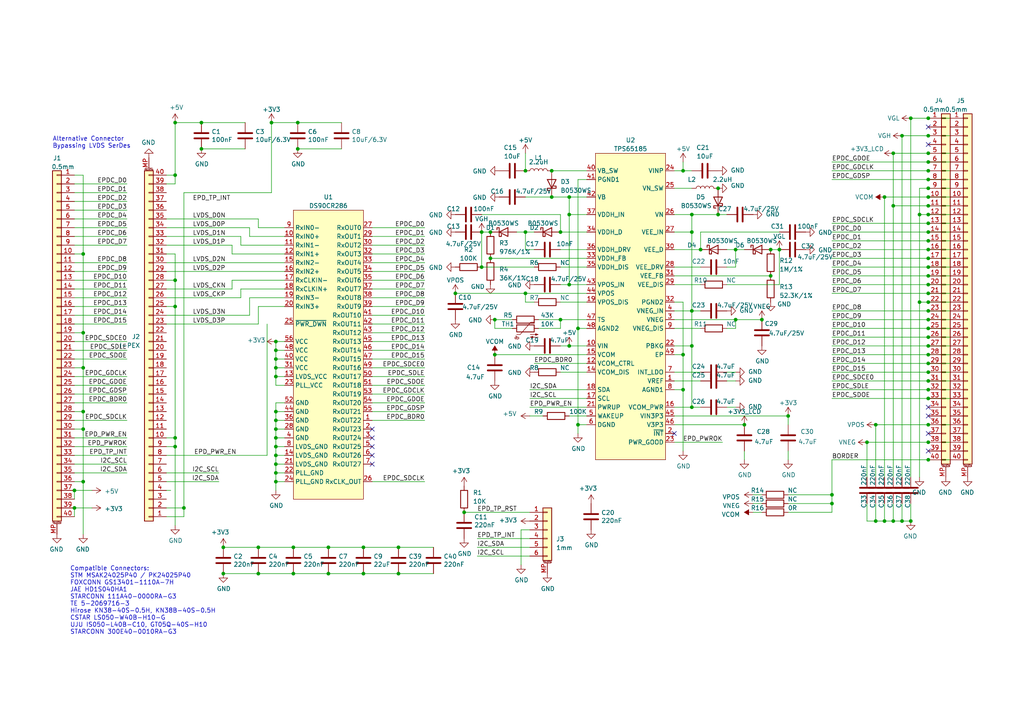
<source format=kicad_sch>
(kicad_sch (version 20210406) (generator eeschema)
  (paper "A4")
  (title_block (title "Archer Screenboard") (date "2021-05-13") (rev "R0.1 draft") (company "Copyright EI-2030 2021. / Engineer: Wenting Zhang") (comment 2 "MERCHANTABILITY, SATISFACTORY QUALITY AND FITNESS FOR A PARTICULAR PURPOSE.") (comment 3 "This source is distributed WITHOUT ANY EXPRESS OR IMPLIED WARRANTY, INCLUDING OF") (comment 4 "This source describes Open Hardware and is licensed under the CERN-OHL-S v2."))
  (junction (at 21.59 142.24) (diameter 0.9144))
  (junction (at 21.59 147.32) (diameter 0.9144))
  (junction (at 24.13 73.66) (diameter 0.9144))
  (junction (at 24.13 96.52) (diameter 0.9144))
  (junction (at 24.13 106.68) (diameter 0.9144))
  (junction (at 24.13 119.38) (diameter 0.9144))
  (junction (at 24.13 124.46) (diameter 0.9144))
  (junction (at 24.13 139.7) (diameter 0.9144))
  (junction (at 50.8 35.56) (diameter 0.9144))
  (junction (at 50.8 50.8) (diameter 0.9144))
  (junction (at 50.8 81.28) (diameter 0.9144))
  (junction (at 50.8 88.9) (diameter 0.9144))
  (junction (at 50.8 127) (diameter 0.9144))
  (junction (at 50.8 129.54) (diameter 0.9144))
  (junction (at 53.34 147.32) (diameter 0.9144))
  (junction (at 58.42 35.56) (diameter 0.9144))
  (junction (at 58.42 43.18) (diameter 0.9144))
  (junction (at 64.77 158.75) (diameter 0.9144))
  (junction (at 64.77 166.37) (diameter 0.9144))
  (junction (at 74.93 158.75) (diameter 0.9144))
  (junction (at 74.93 166.37) (diameter 0.9144))
  (junction (at 78.74 35.56) (diameter 0.9144))
  (junction (at 80.01 99.06) (diameter 0.9144))
  (junction (at 80.01 101.6) (diameter 0.9144))
  (junction (at 80.01 104.14) (diameter 0.9144))
  (junction (at 80.01 106.68) (diameter 0.9144))
  (junction (at 80.01 109.22) (diameter 0.9144))
  (junction (at 80.01 119.38) (diameter 0.9144))
  (junction (at 80.01 121.92) (diameter 0.9144))
  (junction (at 80.01 124.46) (diameter 0.9144))
  (junction (at 80.01 127) (diameter 0.9144))
  (junction (at 80.01 129.54) (diameter 0.9144))
  (junction (at 80.01 132.08) (diameter 0.9144))
  (junction (at 80.01 134.62) (diameter 0.9144))
  (junction (at 80.01 137.16) (diameter 0.9144))
  (junction (at 80.01 139.7) (diameter 0.9144))
  (junction (at 85.09 158.75) (diameter 0.9144))
  (junction (at 85.09 166.37) (diameter 0.9144))
  (junction (at 86.36 35.56) (diameter 0.9144))
  (junction (at 86.36 43.18) (diameter 0.9144))
  (junction (at 95.25 158.75) (diameter 0.9144))
  (junction (at 95.25 166.37) (diameter 0.9144))
  (junction (at 105.41 158.75) (diameter 0.9144))
  (junction (at 105.41 166.37) (diameter 0.9144))
  (junction (at 115.57 158.75) (diameter 0.9144))
  (junction (at 115.57 166.37) (diameter 0.9144))
  (junction (at 132.08 85.09) (diameter 0.9144))
  (junction (at 134.62 148.59) (diameter 0.9144))
  (junction (at 139.7 67.31) (diameter 0.9144))
  (junction (at 139.7 77.47) (diameter 0.9144))
  (junction (at 142.24 67.31) (diameter 0.9144))
  (junction (at 142.24 74.93) (diameter 0.9144))
  (junction (at 143.51 92.71) (diameter 0.9144))
  (junction (at 143.51 102.87) (diameter 0.9144))
  (junction (at 152.4 49.53) (diameter 0.9144))
  (junction (at 152.4 67.31) (diameter 0.9144))
  (junction (at 152.4 85.09) (diameter 0.9144))
  (junction (at 160.02 49.53) (diameter 0.9144))
  (junction (at 160.02 57.15) (diameter 0.9144))
  (junction (at 162.56 67.31) (diameter 0.9144))
  (junction (at 162.56 92.71) (diameter 0.9144))
  (junction (at 165.1 57.15) (diameter 0.9144))
  (junction (at 165.1 62.23) (diameter 0.9144))
  (junction (at 165.1 82.55) (diameter 0.9144))
  (junction (at 165.1 100.33) (diameter 0.9144))
  (junction (at 167.64 95.25) (diameter 0.9144))
  (junction (at 167.64 123.19) (diameter 0.9144))
  (junction (at 198.12 49.53) (diameter 0.9144))
  (junction (at 198.12 102.87) (diameter 0.9144))
  (junction (at 198.12 113.03) (diameter 0.9144))
  (junction (at 200.66 62.23) (diameter 0.9144))
  (junction (at 200.66 67.31) (diameter 0.9144))
  (junction (at 200.66 90.17) (diameter 0.9144))
  (junction (at 200.66 100.33) (diameter 0.9144))
  (junction (at 200.66 118.11) (diameter 0.9144))
  (junction (at 203.2 72.39) (diameter 0.9144))
  (junction (at 208.28 54.61) (diameter 0.9144))
  (junction (at 208.28 62.23) (diameter 0.9144))
  (junction (at 213.36 72.39) (diameter 0.9144))
  (junction (at 213.36 92.71) (diameter 0.9144))
  (junction (at 215.9 123.19) (diameter 0.9144))
  (junction (at 220.98 92.71) (diameter 0.9144))
  (junction (at 223.52 72.39) (diameter 0.9144))
  (junction (at 223.52 80.01) (diameter 0.9144))
  (junction (at 226.06 72.39) (diameter 0.9144))
  (junction (at 228.6 120.65) (diameter 0.9144))
  (junction (at 241.3 143.51) (diameter 0.9144))
  (junction (at 241.3 146.05) (diameter 0.9144))
  (junction (at 251.46 128.27) (diameter 0.9144))
  (junction (at 254 123.19) (diameter 0.9144))
  (junction (at 254 151.13) (diameter 0.9144))
  (junction (at 256.54 57.15) (diameter 0.9144))
  (junction (at 256.54 151.13) (diameter 0.9144))
  (junction (at 259.08 44.45) (diameter 0.9144))
  (junction (at 259.08 59.69) (diameter 0.9144))
  (junction (at 259.08 151.13) (diameter 0.9144))
  (junction (at 261.62 39.37) (diameter 0.9144))
  (junction (at 261.62 151.13) (diameter 0.9144))
  (junction (at 264.16 34.29) (diameter 0.9144))
  (junction (at 264.16 151.13) (diameter 0.9144))
  (junction (at 266.7 62.23) (diameter 0.9144))
  (junction (at 266.7 87.63) (diameter 0.9144))
  (junction (at 269.24 34.29) (diameter 0.9144))
  (junction (at 269.24 39.37) (diameter 0.9144))
  (junction (at 269.24 44.45) (diameter 0.9144))
  (junction (at 269.24 46.99) (diameter 0.9144))
  (junction (at 269.24 49.53) (diameter 0.9144))
  (junction (at 269.24 52.07) (diameter 0.9144))
  (junction (at 269.24 54.61) (diameter 0.9144))
  (junction (at 269.24 57.15) (diameter 0.9144))
  (junction (at 269.24 59.69) (diameter 0.9144))
  (junction (at 269.24 62.23) (diameter 0.9144))
  (junction (at 269.24 64.77) (diameter 0.9144))
  (junction (at 269.24 67.31) (diameter 0.9144))
  (junction (at 269.24 69.85) (diameter 0.9144))
  (junction (at 269.24 72.39) (diameter 0.9144))
  (junction (at 269.24 74.93) (diameter 0.9144))
  (junction (at 269.24 77.47) (diameter 0.9144))
  (junction (at 269.24 80.01) (diameter 0.9144))
  (junction (at 269.24 82.55) (diameter 0.9144))
  (junction (at 269.24 85.09) (diameter 0.9144))
  (junction (at 269.24 87.63) (diameter 0.9144))
  (junction (at 269.24 90.17) (diameter 0.9144))
  (junction (at 269.24 92.71) (diameter 0.9144))
  (junction (at 269.24 95.25) (diameter 0.9144))
  (junction (at 269.24 97.79) (diameter 0.9144))
  (junction (at 269.24 100.33) (diameter 0.9144))
  (junction (at 269.24 102.87) (diameter 0.9144))
  (junction (at 269.24 105.41) (diameter 0.9144))
  (junction (at 269.24 107.95) (diameter 0.9144))
  (junction (at 269.24 110.49) (diameter 0.9144))
  (junction (at 269.24 113.03) (diameter 0.9144))
  (junction (at 269.24 115.57) (diameter 0.9144))
  (junction (at 269.24 123.19) (diameter 0.9144))
  (junction (at 269.24 128.27) (diameter 0.9144))
  (junction (at 269.24 133.35) (diameter 0.9144))
  (no_connect (at 107.95 124.46))
  (no_connect (at 107.95 127))
  (no_connect (at 107.95 129.54))
  (no_connect (at 107.95 132.08))
  (no_connect (at 107.95 134.62))
  (no_connect (at 195.58 125.73))
  (no_connect (at 269.24 36.83))
  (no_connect (at 269.24 41.91))
  (no_connect (at 269.24 118.11))
  (no_connect (at 269.24 120.65))
  (no_connect (at 269.24 125.73))
  (no_connect (at 269.24 130.81))
  (wire (pts (xy 21.59 53.34) (xy 36.83 53.34)))
  (wire (pts (xy 21.59 55.88) (xy 36.83 55.88)))
  (wire (pts (xy 21.59 58.42) (xy 36.83 58.42)))
  (wire (pts (xy 21.59 60.96) (xy 36.83 60.96)))
  (wire (pts (xy 21.59 63.5) (xy 36.83 63.5)))
  (wire (pts (xy 21.59 66.04) (xy 36.83 66.04)))
  (wire (pts (xy 21.59 68.58) (xy 36.83 68.58)))
  (wire (pts (xy 21.59 71.12) (xy 36.83 71.12)))
  (wire (pts (xy 21.59 76.2) (xy 36.83 76.2)))
  (wire (pts (xy 21.59 78.74) (xy 36.83 78.74)))
  (wire (pts (xy 21.59 81.28) (xy 36.83 81.28)))
  (wire (pts (xy 21.59 83.82) (xy 36.83 83.82)))
  (wire (pts (xy 21.59 86.36) (xy 36.83 86.36)))
  (wire (pts (xy 21.59 88.9) (xy 36.83 88.9)))
  (wire (pts (xy 21.59 91.44) (xy 36.83 91.44)))
  (wire (pts (xy 21.59 93.98) (xy 36.83 93.98)))
  (wire (pts (xy 21.59 99.06) (xy 36.83 99.06)))
  (wire (pts (xy 21.59 101.6) (xy 36.83 101.6)))
  (wire (pts (xy 21.59 104.14) (xy 36.83 104.14)))
  (wire (pts (xy 21.59 109.22) (xy 36.83 109.22)))
  (wire (pts (xy 21.59 111.76) (xy 36.83 111.76)))
  (wire (pts (xy 21.59 114.3) (xy 36.83 114.3)))
  (wire (pts (xy 21.59 116.84) (xy 36.83 116.84)))
  (wire (pts (xy 21.59 121.92) (xy 36.83 121.92)))
  (wire (pts (xy 21.59 127) (xy 36.83 127)))
  (wire (pts (xy 21.59 129.54) (xy 36.83 129.54)))
  (wire (pts (xy 21.59 132.08) (xy 36.83 132.08)))
  (wire (pts (xy 21.59 134.62) (xy 36.83 134.62)))
  (wire (pts (xy 21.59 137.16) (xy 36.83 137.16)))
  (wire (pts (xy 21.59 142.24) (xy 21.59 144.78)))
  (wire (pts (xy 21.59 147.32) (xy 21.59 149.86)))
  (wire (pts (xy 24.13 50.8) (xy 21.59 50.8)))
  (wire (pts (xy 24.13 73.66) (xy 21.59 73.66)))
  (wire (pts (xy 24.13 73.66) (xy 24.13 50.8)))
  (wire (pts (xy 24.13 96.52) (xy 21.59 96.52)))
  (wire (pts (xy 24.13 96.52) (xy 24.13 73.66)))
  (wire (pts (xy 24.13 106.68) (xy 21.59 106.68)))
  (wire (pts (xy 24.13 106.68) (xy 24.13 96.52)))
  (wire (pts (xy 24.13 106.68) (xy 24.13 119.38)))
  (wire (pts (xy 24.13 119.38) (xy 21.59 119.38)))
  (wire (pts (xy 24.13 124.46) (xy 21.59 124.46)))
  (wire (pts (xy 24.13 124.46) (xy 24.13 119.38)))
  (wire (pts (xy 24.13 124.46) (xy 24.13 139.7)))
  (wire (pts (xy 24.13 139.7) (xy 21.59 139.7)))
  (wire (pts (xy 24.13 139.7) (xy 24.13 154.94)))
  (wire (pts (xy 26.67 142.24) (xy 21.59 142.24)))
  (wire (pts (xy 26.67 147.32) (xy 21.59 147.32)))
  (wire (pts (xy 48.26 50.8) (xy 50.8 50.8)))
  (wire (pts (xy 48.26 53.34) (xy 50.8 53.34)))
  (wire (pts (xy 48.26 63.5) (xy 74.93 63.5)))
  (wire (pts (xy 48.26 71.12) (xy 67.31 71.12)))
  (wire (pts (xy 48.26 73.66) (xy 50.8 73.66)))
  (wire (pts (xy 48.26 76.2) (xy 82.55 76.2)))
  (wire (pts (xy 48.26 78.74) (xy 82.55 78.74)))
  (wire (pts (xy 48.26 81.28) (xy 50.8 81.28)))
  (wire (pts (xy 48.26 83.82) (xy 67.31 83.82)))
  (wire (pts (xy 48.26 86.36) (xy 69.85 86.36)))
  (wire (pts (xy 48.26 88.9) (xy 50.8 88.9)))
  (wire (pts (xy 48.26 93.98) (xy 74.93 93.98)))
  (wire (pts (xy 48.26 127) (xy 50.8 127)))
  (wire (pts (xy 48.26 129.54) (xy 50.8 129.54)))
  (wire (pts (xy 48.26 132.08) (xy 77.47 132.08)))
  (wire (pts (xy 48.26 137.16) (xy 63.5 137.16)))
  (wire (pts (xy 48.26 139.7) (xy 63.5 139.7)))
  (wire (pts (xy 48.26 142.24) (xy 49.53 142.24)))
  (wire (pts (xy 48.26 147.32) (xy 53.34 147.32)))
  (wire (pts (xy 50.8 35.56) (xy 50.8 50.8)))
  (wire (pts (xy 50.8 50.8) (xy 50.8 53.34)))
  (wire (pts (xy 50.8 73.66) (xy 50.8 81.28)))
  (wire (pts (xy 50.8 81.28) (xy 50.8 88.9)))
  (wire (pts (xy 50.8 88.9) (xy 50.8 127)))
  (wire (pts (xy 50.8 127) (xy 50.8 129.54)))
  (wire (pts (xy 50.8 129.54) (xy 50.8 152.4)))
  (wire (pts (xy 53.34 55.88) (xy 53.34 147.32)))
  (wire (pts (xy 53.34 147.32) (xy 53.34 149.86)))
  (wire (pts (xy 53.34 149.86) (xy 48.26 149.86)))
  (wire (pts (xy 58.42 35.56) (xy 50.8 35.56)))
  (wire (pts (xy 64.77 158.75) (xy 74.93 158.75)))
  (wire (pts (xy 67.31 71.12) (xy 67.31 73.66)))
  (wire (pts (xy 67.31 73.66) (xy 82.55 73.66)))
  (wire (pts (xy 67.31 81.28) (xy 67.31 83.82)))
  (wire (pts (xy 67.31 81.28) (xy 82.55 81.28)))
  (wire (pts (xy 69.85 68.58) (xy 48.26 68.58)))
  (wire (pts (xy 69.85 71.12) (xy 69.85 68.58)))
  (wire (pts (xy 69.85 71.12) (xy 82.55 71.12)))
  (wire (pts (xy 69.85 83.82) (xy 82.55 83.82)))
  (wire (pts (xy 69.85 86.36) (xy 69.85 83.82)))
  (wire (pts (xy 71.12 35.56) (xy 58.42 35.56)))
  (wire (pts (xy 71.12 43.18) (xy 58.42 43.18)))
  (wire (pts (xy 72.39 66.04) (xy 48.26 66.04)))
  (wire (pts (xy 72.39 68.58) (xy 72.39 66.04)))
  (wire (pts (xy 72.39 68.58) (xy 82.55 68.58)))
  (wire (pts (xy 72.39 86.36) (xy 72.39 91.44)))
  (wire (pts (xy 72.39 86.36) (xy 82.55 86.36)))
  (wire (pts (xy 72.39 91.44) (xy 48.26 91.44)))
  (wire (pts (xy 74.93 63.5) (xy 74.93 66.04)))
  (wire (pts (xy 74.93 66.04) (xy 82.55 66.04)))
  (wire (pts (xy 74.93 88.9) (xy 82.55 88.9)))
  (wire (pts (xy 74.93 93.98) (xy 74.93 88.9)))
  (wire (pts (xy 74.93 166.37) (xy 64.77 166.37)))
  (wire (pts (xy 77.47 93.98) (xy 77.47 132.08)))
  (wire (pts (xy 78.74 35.56) (xy 78.74 55.88)))
  (wire (pts (xy 78.74 55.88) (xy 53.34 55.88)))
  (wire (pts (xy 80.01 99.06) (xy 82.55 99.06)))
  (wire (pts (xy 80.01 101.6) (xy 80.01 99.06)))
  (wire (pts (xy 80.01 101.6) (xy 82.55 101.6)))
  (wire (pts (xy 80.01 104.14) (xy 80.01 101.6)))
  (wire (pts (xy 80.01 104.14) (xy 82.55 104.14)))
  (wire (pts (xy 80.01 106.68) (xy 80.01 104.14)))
  (wire (pts (xy 80.01 106.68) (xy 82.55 106.68)))
  (wire (pts (xy 80.01 109.22) (xy 80.01 106.68)))
  (wire (pts (xy 80.01 109.22) (xy 82.55 109.22)))
  (wire (pts (xy 80.01 111.76) (xy 80.01 109.22)))
  (wire (pts (xy 80.01 116.84) (xy 80.01 119.38)))
  (wire (pts (xy 80.01 119.38) (xy 80.01 121.92)))
  (wire (pts (xy 80.01 119.38) (xy 82.55 119.38)))
  (wire (pts (xy 80.01 121.92) (xy 80.01 124.46)))
  (wire (pts (xy 80.01 121.92) (xy 82.55 121.92)))
  (wire (pts (xy 80.01 124.46) (xy 80.01 127)))
  (wire (pts (xy 80.01 124.46) (xy 82.55 124.46)))
  (wire (pts (xy 80.01 127) (xy 80.01 129.54)))
  (wire (pts (xy 80.01 127) (xy 82.55 127)))
  (wire (pts (xy 80.01 129.54) (xy 80.01 132.08)))
  (wire (pts (xy 80.01 129.54) (xy 82.55 129.54)))
  (wire (pts (xy 80.01 132.08) (xy 80.01 134.62)))
  (wire (pts (xy 80.01 132.08) (xy 82.55 132.08)))
  (wire (pts (xy 80.01 134.62) (xy 80.01 137.16)))
  (wire (pts (xy 80.01 134.62) (xy 82.55 134.62)))
  (wire (pts (xy 80.01 137.16) (xy 80.01 139.7)))
  (wire (pts (xy 80.01 137.16) (xy 82.55 137.16)))
  (wire (pts (xy 80.01 139.7) (xy 80.01 142.24)))
  (wire (pts (xy 80.01 139.7) (xy 82.55 139.7)))
  (wire (pts (xy 82.55 111.76) (xy 80.01 111.76)))
  (wire (pts (xy 82.55 116.84) (xy 80.01 116.84)))
  (wire (pts (xy 85.09 158.75) (xy 74.93 158.75)))
  (wire (pts (xy 85.09 166.37) (xy 74.93 166.37)))
  (wire (pts (xy 86.36 35.56) (xy 78.74 35.56)))
  (wire (pts (xy 95.25 158.75) (xy 85.09 158.75)))
  (wire (pts (xy 95.25 166.37) (xy 85.09 166.37)))
  (wire (pts (xy 99.06 35.56) (xy 86.36 35.56)))
  (wire (pts (xy 99.06 43.18) (xy 86.36 43.18)))
  (wire (pts (xy 105.41 158.75) (xy 95.25 158.75)))
  (wire (pts (xy 105.41 158.75) (xy 115.57 158.75)))
  (wire (pts (xy 105.41 166.37) (xy 95.25 166.37)))
  (wire (pts (xy 105.41 166.37) (xy 115.57 166.37)))
  (wire (pts (xy 107.95 66.04) (xy 123.19 66.04)))
  (wire (pts (xy 107.95 68.58) (xy 123.19 68.58)))
  (wire (pts (xy 107.95 71.12) (xy 123.19 71.12)))
  (wire (pts (xy 107.95 73.66) (xy 123.19 73.66)))
  (wire (pts (xy 107.95 76.2) (xy 123.19 76.2)))
  (wire (pts (xy 107.95 78.74) (xy 123.19 78.74)))
  (wire (pts (xy 107.95 81.28) (xy 123.19 81.28)))
  (wire (pts (xy 107.95 83.82) (xy 123.19 83.82)))
  (wire (pts (xy 107.95 86.36) (xy 123.19 86.36)))
  (wire (pts (xy 107.95 88.9) (xy 123.19 88.9)))
  (wire (pts (xy 107.95 91.44) (xy 123.19 91.44)))
  (wire (pts (xy 107.95 93.98) (xy 123.19 93.98)))
  (wire (pts (xy 107.95 96.52) (xy 123.19 96.52)))
  (wire (pts (xy 107.95 99.06) (xy 123.19 99.06)))
  (wire (pts (xy 107.95 101.6) (xy 123.19 101.6)))
  (wire (pts (xy 107.95 104.14) (xy 123.19 104.14)))
  (wire (pts (xy 107.95 106.68) (xy 123.19 106.68)))
  (wire (pts (xy 107.95 109.22) (xy 123.19 109.22)))
  (wire (pts (xy 107.95 111.76) (xy 123.19 111.76)))
  (wire (pts (xy 107.95 114.3) (xy 123.19 114.3)))
  (wire (pts (xy 107.95 116.84) (xy 123.19 116.84)))
  (wire (pts (xy 107.95 119.38) (xy 123.19 119.38)))
  (wire (pts (xy 107.95 121.92) (xy 123.19 121.92)))
  (wire (pts (xy 107.95 139.7) (xy 123.19 139.7)))
  (wire (pts (xy 115.57 158.75) (xy 125.73 158.75)))
  (wire (pts (xy 115.57 166.37) (xy 125.73 166.37)))
  (wire (pts (xy 132.08 85.09) (xy 152.4 85.09)))
  (wire (pts (xy 134.62 148.59) (xy 153.67 148.59)))
  (wire (pts (xy 139.7 62.23) (xy 162.56 62.23)))
  (wire (pts (xy 139.7 67.31) (xy 142.24 67.31)))
  (wire (pts (xy 139.7 77.47) (xy 139.7 67.31)))
  (wire (pts (xy 142.24 74.93) (xy 170.18 74.93)))
  (wire (pts (xy 143.51 92.71) (xy 148.59 92.71)))
  (wire (pts (xy 143.51 95.25) (xy 143.51 92.71)))
  (wire (pts (xy 143.51 102.87) (xy 170.18 102.87)))
  (wire (pts (xy 148.59 95.25) (xy 143.51 95.25)))
  (wire (pts (xy 149.86 67.31) (xy 152.4 67.31)))
  (wire (pts (xy 151.13 153.67) (xy 151.13 163.83)))
  (wire (pts (xy 152.4 44.45) (xy 152.4 49.53)))
  (wire (pts (xy 152.4 57.15) (xy 160.02 57.15)))
  (wire (pts (xy 152.4 67.31) (xy 152.4 72.39)))
  (wire (pts (xy 152.4 67.31) (xy 154.94 67.31)))
  (wire (pts (xy 152.4 85.09) (xy 170.18 85.09)))
  (wire (pts (xy 152.4 87.63) (xy 152.4 85.09)))
  (wire (pts (xy 153.67 113.03) (xy 170.18 113.03)))
  (wire (pts (xy 153.67 115.57) (xy 170.18 115.57)))
  (wire (pts (xy 153.67 118.11) (xy 170.18 118.11)))
  (wire (pts (xy 153.67 120.65) (xy 157.48 120.65)))
  (wire (pts (xy 153.67 153.67) (xy 151.13 153.67)))
  (wire (pts (xy 153.67 156.21) (xy 138.43 156.21)))
  (wire (pts (xy 153.67 158.75) (xy 138.43 158.75)))
  (wire (pts (xy 153.67 161.29) (xy 138.43 161.29)))
  (wire (pts (xy 154.94 72.39) (xy 152.4 72.39)))
  (wire (pts (xy 154.94 77.47) (xy 139.7 77.47)))
  (wire (pts (xy 154.94 87.63) (xy 152.4 87.63)))
  (wire (pts (xy 156.21 92.71) (xy 162.56 92.71)))
  (wire (pts (xy 156.21 95.25) (xy 162.56 95.25)))
  (wire (pts (xy 160.02 49.53) (xy 170.18 49.53)))
  (wire (pts (xy 160.02 57.15) (xy 165.1 57.15)))
  (wire (pts (xy 162.56 62.23) (xy 162.56 67.31)))
  (wire (pts (xy 162.56 67.31) (xy 170.18 67.31)))
  (wire (pts (xy 162.56 72.39) (xy 170.18 72.39)))
  (wire (pts (xy 162.56 82.55) (xy 165.1 82.55)))
  (wire (pts (xy 162.56 92.71) (xy 170.18 92.71)))
  (wire (pts (xy 162.56 95.25) (xy 162.56 92.71)))
  (wire (pts (xy 162.56 100.33) (xy 165.1 100.33)))
  (wire (pts (xy 162.56 107.95) (xy 170.18 107.95)))
  (wire (pts (xy 165.1 57.15) (xy 170.18 57.15)))
  (wire (pts (xy 165.1 62.23) (xy 165.1 57.15)))
  (wire (pts (xy 165.1 62.23) (xy 165.1 82.55)))
  (wire (pts (xy 165.1 82.55) (xy 170.18 82.55)))
  (wire (pts (xy 165.1 100.33) (xy 170.18 100.33)))
  (wire (pts (xy 165.1 120.65) (xy 170.18 120.65)))
  (wire (pts (xy 167.64 52.07) (xy 167.64 95.25)))
  (wire (pts (xy 167.64 95.25) (xy 167.64 123.19)))
  (wire (pts (xy 167.64 95.25) (xy 170.18 95.25)))
  (wire (pts (xy 167.64 123.19) (xy 167.64 125.73)))
  (wire (pts (xy 167.64 123.19) (xy 170.18 123.19)))
  (wire (pts (xy 170.18 52.07) (xy 167.64 52.07)))
  (wire (pts (xy 170.18 62.23) (xy 165.1 62.23)))
  (wire (pts (xy 170.18 77.47) (xy 162.56 77.47)))
  (wire (pts (xy 170.18 87.63) (xy 162.56 87.63)))
  (wire (pts (xy 170.18 105.41) (xy 154.94 105.41)))
  (wire (pts (xy 195.58 49.53) (xy 198.12 49.53)))
  (wire (pts (xy 195.58 54.61) (xy 200.66 54.61)))
  (wire (pts (xy 195.58 62.23) (xy 200.66 62.23)))
  (wire (pts (xy 195.58 72.39) (xy 203.2 72.39)))
  (wire (pts (xy 195.58 77.47) (xy 203.2 77.47)))
  (wire (pts (xy 195.58 80.01) (xy 223.52 80.01)))
  (wire (pts (xy 195.58 82.55) (xy 203.2 82.55)))
  (wire (pts (xy 195.58 87.63) (xy 198.12 87.63)))
  (wire (pts (xy 195.58 90.17) (xy 200.66 90.17)))
  (wire (pts (xy 195.58 92.71) (xy 213.36 92.71)))
  (wire (pts (xy 195.58 95.25) (xy 203.2 95.25)))
  (wire (pts (xy 195.58 100.33) (xy 200.66 100.33)))
  (wire (pts (xy 195.58 102.87) (xy 198.12 102.87)))
  (wire (pts (xy 195.58 107.95) (xy 203.2 107.95)))
  (wire (pts (xy 195.58 110.49) (xy 203.2 110.49)))
  (wire (pts (xy 195.58 113.03) (xy 198.12 113.03)))
  (wire (pts (xy 195.58 118.11) (xy 200.66 118.11)))
  (wire (pts (xy 195.58 120.65) (xy 228.6 120.65)))
  (wire (pts (xy 195.58 123.19) (xy 215.9 123.19)))
  (wire (pts (xy 195.58 128.27) (xy 209.55 128.27)))
  (wire (pts (xy 198.12 46.99) (xy 198.12 49.53)))
  (wire (pts (xy 198.12 49.53) (xy 200.66 49.53)))
  (wire (pts (xy 198.12 87.63) (xy 198.12 102.87)))
  (wire (pts (xy 198.12 102.87) (xy 198.12 113.03)))
  (wire (pts (xy 198.12 113.03) (xy 198.12 130.81)))
  (wire (pts (xy 200.66 62.23) (xy 200.66 67.31)))
  (wire (pts (xy 200.66 62.23) (xy 208.28 62.23)))
  (wire (pts (xy 200.66 67.31) (xy 195.58 67.31)))
  (wire (pts (xy 200.66 90.17) (xy 200.66 67.31)))
  (wire (pts (xy 200.66 90.17) (xy 203.2 90.17)))
  (wire (pts (xy 200.66 100.33) (xy 200.66 90.17)))
  (wire (pts (xy 200.66 100.33) (xy 200.66 118.11)))
  (wire (pts (xy 200.66 118.11) (xy 203.2 118.11)))
  (wire (pts (xy 203.2 67.31) (xy 203.2 72.39)))
  (wire (pts (xy 203.2 67.31) (xy 226.06 67.31)))
  (wire (pts (xy 208.28 62.23) (xy 210.82 62.23)))
  (wire (pts (xy 210.82 72.39) (xy 213.36 72.39)))
  (wire (pts (xy 210.82 77.47) (xy 213.36 77.47)))
  (wire (pts (xy 210.82 82.55) (xy 226.06 82.55)))
  (wire (pts (xy 210.82 95.25) (xy 213.36 95.25)))
  (wire (pts (xy 210.82 107.95) (xy 213.36 107.95)))
  (wire (pts (xy 210.82 110.49) (xy 213.36 110.49)))
  (wire (pts (xy 210.82 118.11) (xy 213.36 118.11)))
  (wire (pts (xy 213.36 72.39) (xy 215.9 72.39)))
  (wire (pts (xy 213.36 77.47) (xy 213.36 72.39)))
  (wire (pts (xy 213.36 92.71) (xy 220.98 92.71)))
  (wire (pts (xy 213.36 95.25) (xy 213.36 92.71)))
  (wire (pts (xy 215.9 130.81) (xy 215.9 133.35)))
  (wire (pts (xy 218.44 143.51) (xy 220.98 143.51)))
  (wire (pts (xy 218.44 146.05) (xy 220.98 146.05)))
  (wire (pts (xy 218.44 148.59) (xy 220.98 148.59)))
  (wire (pts (xy 223.52 72.39) (xy 226.06 72.39)))
  (wire (pts (xy 226.06 82.55) (xy 226.06 72.39)))
  (wire (pts (xy 228.6 120.65) (xy 228.6 123.19)))
  (wire (pts (xy 228.6 130.81) (xy 228.6 133.35)))
  (wire (pts (xy 228.6 143.51) (xy 241.3 143.51)))
  (wire (pts (xy 228.6 146.05) (xy 241.3 146.05)))
  (wire (pts (xy 228.6 148.59) (xy 241.3 148.59)))
  (wire (pts (xy 241.3 46.99) (xy 269.24 46.99)))
  (wire (pts (xy 241.3 49.53) (xy 269.24 49.53)))
  (wire (pts (xy 241.3 52.07) (xy 269.24 52.07)))
  (wire (pts (xy 241.3 64.77) (xy 269.24 64.77)))
  (wire (pts (xy 241.3 67.31) (xy 269.24 67.31)))
  (wire (pts (xy 241.3 69.85) (xy 269.24 69.85)))
  (wire (pts (xy 241.3 72.39) (xy 269.24 72.39)))
  (wire (pts (xy 241.3 74.93) (xy 269.24 74.93)))
  (wire (pts (xy 241.3 77.47) (xy 269.24 77.47)))
  (wire (pts (xy 241.3 80.01) (xy 269.24 80.01)))
  (wire (pts (xy 241.3 82.55) (xy 269.24 82.55)))
  (wire (pts (xy 241.3 85.09) (xy 269.24 85.09)))
  (wire (pts (xy 241.3 90.17) (xy 269.24 90.17)))
  (wire (pts (xy 241.3 92.71) (xy 269.24 92.71)))
  (wire (pts (xy 241.3 95.25) (xy 269.24 95.25)))
  (wire (pts (xy 241.3 97.79) (xy 269.24 97.79)))
  (wire (pts (xy 241.3 100.33) (xy 269.24 100.33)))
  (wire (pts (xy 241.3 102.87) (xy 269.24 102.87)))
  (wire (pts (xy 241.3 105.41) (xy 269.24 105.41)))
  (wire (pts (xy 241.3 107.95) (xy 269.24 107.95)))
  (wire (pts (xy 241.3 110.49) (xy 269.24 110.49)))
  (wire (pts (xy 241.3 113.03) (xy 269.24 113.03)))
  (wire (pts (xy 241.3 115.57) (xy 269.24 115.57)))
  (wire (pts (xy 241.3 133.35) (xy 269.24 133.35)))
  (wire (pts (xy 241.3 143.51) (xy 241.3 133.35)))
  (wire (pts (xy 241.3 146.05) (xy 241.3 143.51)))
  (wire (pts (xy 241.3 148.59) (xy 241.3 146.05)))
  (wire (pts (xy 251.46 128.27) (xy 251.46 138.43)))
  (wire (pts (xy 251.46 128.27) (xy 269.24 128.27)))
  (wire (pts (xy 251.46 146.05) (xy 251.46 151.13)))
  (wire (pts (xy 251.46 151.13) (xy 254 151.13)))
  (wire (pts (xy 254 123.19) (xy 254 138.43)))
  (wire (pts (xy 254 123.19) (xy 269.24 123.19)))
  (wire (pts (xy 254 146.05) (xy 254 151.13)))
  (wire (pts (xy 254 151.13) (xy 256.54 151.13)))
  (wire (pts (xy 256.54 57.15) (xy 256.54 138.43)))
  (wire (pts (xy 256.54 57.15) (xy 269.24 57.15)))
  (wire (pts (xy 256.54 146.05) (xy 256.54 151.13)))
  (wire (pts (xy 256.54 151.13) (xy 259.08 151.13)))
  (wire (pts (xy 259.08 44.45) (xy 259.08 59.69)))
  (wire (pts (xy 259.08 44.45) (xy 269.24 44.45)))
  (wire (pts (xy 259.08 59.69) (xy 259.08 138.43)))
  (wire (pts (xy 259.08 59.69) (xy 269.24 59.69)))
  (wire (pts (xy 259.08 146.05) (xy 259.08 151.13)))
  (wire (pts (xy 259.08 151.13) (xy 261.62 151.13)))
  (wire (pts (xy 261.62 39.37) (xy 261.62 138.43)))
  (wire (pts (xy 261.62 39.37) (xy 269.24 39.37)))
  (wire (pts (xy 261.62 146.05) (xy 261.62 151.13)))
  (wire (pts (xy 261.62 151.13) (xy 264.16 151.13)))
  (wire (pts (xy 264.16 34.29) (xy 264.16 138.43)))
  (wire (pts (xy 264.16 34.29) (xy 269.24 34.29)))
  (wire (pts (xy 264.16 146.05) (xy 264.16 151.13)))
  (wire (pts (xy 266.7 54.61) (xy 266.7 62.23)))
  (wire (pts (xy 266.7 62.23) (xy 266.7 87.63)))
  (wire (pts (xy 266.7 62.23) (xy 269.24 62.23)))
  (wire (pts (xy 266.7 87.63) (xy 266.7 138.43)))
  (wire (pts (xy 266.7 87.63) (xy 269.24 87.63)))
  (wire (pts (xy 269.24 34.29) (xy 275.59 34.29)))
  (wire (pts (xy 269.24 39.37) (xy 275.59 39.37)))
  (wire (pts (xy 269.24 44.45) (xy 275.59 44.45)))
  (wire (pts (xy 269.24 46.99) (xy 275.59 46.99)))
  (wire (pts (xy 269.24 49.53) (xy 275.59 49.53)))
  (wire (pts (xy 269.24 52.07) (xy 275.59 52.07)))
  (wire (pts (xy 269.24 54.61) (xy 266.7 54.61)))
  (wire (pts (xy 269.24 54.61) (xy 275.59 54.61)))
  (wire (pts (xy 269.24 57.15) (xy 275.59 57.15)))
  (wire (pts (xy 269.24 59.69) (xy 275.59 59.69)))
  (wire (pts (xy 269.24 62.23) (xy 275.59 62.23)))
  (wire (pts (xy 269.24 64.77) (xy 275.59 64.77)))
  (wire (pts (xy 269.24 67.31) (xy 275.59 67.31)))
  (wire (pts (xy 269.24 69.85) (xy 275.59 69.85)))
  (wire (pts (xy 269.24 72.39) (xy 275.59 72.39)))
  (wire (pts (xy 269.24 74.93) (xy 275.59 74.93)))
  (wire (pts (xy 269.24 77.47) (xy 275.59 77.47)))
  (wire (pts (xy 269.24 80.01) (xy 275.59 80.01)))
  (wire (pts (xy 269.24 82.55) (xy 275.59 82.55)))
  (wire (pts (xy 269.24 85.09) (xy 275.59 85.09)))
  (wire (pts (xy 269.24 87.63) (xy 275.59 87.63)))
  (wire (pts (xy 269.24 90.17) (xy 275.59 90.17)))
  (wire (pts (xy 269.24 92.71) (xy 275.59 92.71)))
  (wire (pts (xy 269.24 95.25) (xy 275.59 95.25)))
  (wire (pts (xy 269.24 97.79) (xy 275.59 97.79)))
  (wire (pts (xy 269.24 100.33) (xy 275.59 100.33)))
  (wire (pts (xy 269.24 102.87) (xy 275.59 102.87)))
  (wire (pts (xy 269.24 105.41) (xy 275.59 105.41)))
  (wire (pts (xy 269.24 107.95) (xy 275.59 107.95)))
  (wire (pts (xy 269.24 110.49) (xy 275.59 110.49)))
  (wire (pts (xy 269.24 113.03) (xy 275.59 113.03)))
  (wire (pts (xy 269.24 115.57) (xy 275.59 115.57)))
  (wire (pts (xy 269.24 123.19) (xy 275.59 123.19)))
  (wire (pts (xy 269.24 128.27) (xy 275.59 128.27)))
  (wire (pts (xy 269.24 133.35) (xy 275.59 133.35)))
  (text "Alternative Connector\nBypassing LVDS SerDes" (at 15.24 43.18 0) (effects (font (size 1.27 1.27)) (justify left bottom)))
  (text "Compatible Connectors:\nSTM MSAK24025P40 / PK24025P40\nFOXCONN GS13401-1110A-7H\nJAE HD1S040HA1\nSTARCONN 111A40-0000RA-G3\nTE 5-2069716-3\nHirose KN38-40S-0.5H, KN38B-40S-0.5H\nCSTAR LS050-W40B-H10-G\nUJU IS050-L40B-C10, GT05Q-40S-H10\nSTARCONN 300E40-0010RA-G3" (at 20.32 184.15 0) (effects (font (size 1.27 1.27)) (justify left bottom)))
  (label "EPDC_D0" (at 36.83 53.34 180))
  (label "EPDC_D1" (at 36.83 55.88 180))
  (label "EPDC_D2" (at 36.83 58.42 180))
  (label "EPDC_D3" (at 36.83 60.96 180))
  (label "EPDC_D4" (at 36.83 63.5 180))
  (label "EPDC_D5" (at 36.83 66.04 180))
  (label "EPDC_D6" (at 36.83 68.58 180))
  (label "EPDC_D7" (at 36.83 71.12 180))
  (label "EPDC_D8" (at 36.83 76.2 180))
  (label "EPDC_D9" (at 36.83 78.74 180))
  (label "EPDC_D10" (at 36.83 81.28 180))
  (label "EPDC_D11" (at 36.83 83.82 180))
  (label "EPDC_D12" (at 36.83 86.36 180))
  (label "EPDC_D13" (at 36.83 88.9 180))
  (label "EPDC_D14" (at 36.83 91.44 180))
  (label "EPDC_D15" (at 36.83 93.98 180))
  (label "EPDC_SDCE0" (at 36.83 99.06 180))
  (label "EPDC_SDLE" (at 36.83 101.6 180))
  (label "EPDC_SDOE" (at 36.83 104.14 180))
  (label "EPDC_GDCLK" (at 36.83 109.22 180))
  (label "EPDC_GDOE" (at 36.83 111.76 180))
  (label "EPDC_GDSP" (at 36.83 114.3 180))
  (label "EPDC_BDR0" (at 36.83 116.84 180))
  (label "EPDC_SDCLK" (at 36.83 121.92 180))
  (label "EPD_PWR_EN" (at 36.83 127 180))
  (label "EPD_PWROK" (at 36.83 129.54 180))
  (label "EPD_TP_INT" (at 36.83 132.08 180))
  (label "I2C_SCL" (at 36.83 134.62 180))
  (label "I2C_SDA" (at 36.83 137.16 180))
  (label "EPD_TP_INT" (at 55.88 58.42 0))
  (label "LVDS_D0N" (at 55.88 63.5 0))
  (label "LVDS_D0P" (at 55.88 66.04 0))
  (label "LVDS_D1N" (at 55.88 68.58 0))
  (label "LVDS_D1P" (at 55.88 71.12 0))
  (label "LVDS_D2N" (at 55.88 76.2 0))
  (label "LVDS_D2P" (at 55.88 78.74 0))
  (label "LVDS_CKN" (at 55.88 83.82 0))
  (label "LVDS_CKP" (at 55.88 86.36 0))
  (label "LVDS_D3N" (at 55.88 91.44 0))
  (label "LVDS_D3P" (at 55.88 93.98 0))
  (label "I2C_SCL" (at 63.5 137.16 180))
  (label "I2C_SDA" (at 63.5 139.7 180))
  (label "EPD_PWR_EN" (at 68.58 132.08 180))
  (label "EPDC_D0" (at 123.19 66.04 180))
  (label "EPDC_D1" (at 123.19 68.58 180))
  (label "EPDC_D2" (at 123.19 71.12 180))
  (label "EPDC_D3" (at 123.19 73.66 180))
  (label "EPDC_D4" (at 123.19 76.2 180))
  (label "EPDC_D5" (at 123.19 78.74 180))
  (label "EPDC_D6" (at 123.19 81.28 180))
  (label "EPDC_D7" (at 123.19 83.82 180))
  (label "EPDC_D8" (at 123.19 86.36 180))
  (label "EPDC_D9" (at 123.19 88.9 180))
  (label "EPDC_D10" (at 123.19 91.44 180))
  (label "EPDC_D11" (at 123.19 93.98 180))
  (label "EPDC_D12" (at 123.19 96.52 180))
  (label "EPDC_D13" (at 123.19 99.06 180))
  (label "EPDC_D14" (at 123.19 101.6 180))
  (label "EPDC_D15" (at 123.19 104.14 180))
  (label "EPDC_SDCE0" (at 123.19 106.68 180))
  (label "EPDC_SDLE" (at 123.19 109.22 180))
  (label "EPDC_SDOE" (at 123.19 111.76 180))
  (label "EPDC_GDCLK" (at 123.19 114.3 180))
  (label "EPDC_GDOE" (at 123.19 116.84 180))
  (label "EPDC_GDSP" (at 123.19 119.38 180))
  (label "EPDC_BDR0" (at 123.19 121.92 180))
  (label "EPDC_SDCLK" (at 123.19 139.7 180))
  (label "EPD_TP_RST" (at 138.43 148.59 0))
  (label "EPD_TP_INT" (at 138.43 156.21 0))
  (label "I2C_SDA" (at 138.43 158.75 0))
  (label "I2C_SCL" (at 138.43 161.29 0))
  (label "I2C_SDA" (at 153.67 113.03 0))
  (label "I2C_SCL" (at 153.67 115.57 0))
  (label "EPD_PWR_EN" (at 153.67 118.11 0))
  (label "EPDC_BDR0" (at 154.94 105.41 0))
  (label "EPD_PWROK" (at 209.55 128.27 180))
  (label "EPDC_GDOE" (at 241.3 46.99 0))
  (label "EPDC_GDCLK" (at 241.3 49.53 0))
  (label "EPDC_GDSP" (at 241.3 52.07 0))
  (label "EPDC_SDCLK" (at 241.3 64.77 0))
  (label "EPDC_D0" (at 241.3 67.31 0))
  (label "EPDC_D1" (at 241.3 69.85 0))
  (label "EPDC_D2" (at 241.3 72.39 0))
  (label "EPDC_D3" (at 241.3 74.93 0))
  (label "EPDC_D4" (at 241.3 77.47 0))
  (label "EPDC_D5" (at 241.3 80.01 0))
  (label "EPDC_D6" (at 241.3 82.55 0))
  (label "EPDC_D7" (at 241.3 85.09 0))
  (label "EPDC_D8" (at 241.3 90.17 0))
  (label "EPDC_D9" (at 241.3 92.71 0))
  (label "EPDC_D10" (at 241.3 95.25 0))
  (label "EPDC_D11" (at 241.3 97.79 0))
  (label "EPDC_D12" (at 241.3 100.33 0))
  (label "EPDC_D13" (at 241.3 102.87 0))
  (label "EPDC_D14" (at 241.3 105.41 0))
  (label "EPDC_D15" (at 241.3 107.95 0))
  (label "EPDC_SDCE0" (at 241.3 110.49 0))
  (label "EPDC_SDLE" (at 241.3 113.03 0))
  (label "EPDC_SDOE" (at 241.3 115.57 0))
  (label "BORDER" (at 241.3 133.35 0))
  (symbol (lib_id "power:+5V") (at 26.67 142.24 270) (mirror x) (unit 1)
    (property "Reference" "#PWR0101" (effects hide))
    (property "Value" "+5V" (at 32.3342 142.494 90))
  )
  (symbol (lib_id "power:+3V3") (at 26.67 147.32 270) (mirror x) (unit 1)
    (property "Reference" "#PWR0102" (effects hide))
    (property "Value" "+3V3" (at 32.9692 147.574 90))
  )
  (symbol (lib_id "power:+5V") (at 50.8 35.56 0) (unit 1)
    (property "Reference" "#PWR0163" (effects hide))
    (property "Value" "+5V" (at 51.181 31.1658 0))
  )
  (symbol (lib_id "power:+3V3") (at 64.77 158.75 0) (unit 1)
    (property "Reference" "#PWR0167" (effects hide))
    (property "Value" "+3V3" (at 63.881 154.3558 0))
  )
  (symbol (lib_id "power:+3V3") (at 78.74 35.56 0) (unit 1)
    (property "Reference" "#PWR0162" (effects hide))
    (property "Value" "+3V3" (at 78.74 31.75 0))
  )
  (symbol (lib_id "power:+3V3") (at 80.01 99.06 90) (unit 1)
    (property "Reference" "#PWR0168" (effects hide))
    (property "Value" "+3V3" (at 74.3458 98.679 90))
  )
  (symbol (lib_id "symbols:VPOS") (at 132.08 85.09 0) (unit 1)
    (property "Reference" "#PWR0152" (effects hide))
    (property "Value" "VPOS" (at 132.08 81.28 0))
  )
  (symbol (lib_id "power:+3V3") (at 134.62 140.97 0) (unit 1)
    (property "Reference" "#PWR0153" (effects hide))
    (property "Value" "+3V3" (at 133.731 136.5758 0))
  )
  (symbol (lib_id "symbols:VGH") (at 139.7 67.31 0) (unit 1)
    (property "Reference" "#PWR0145" (effects hide))
    (property "Value" "VGH" (at 139.7 63.5 0))
  )
  (symbol (lib_id "power:VCOM") (at 143.51 102.87 0) (unit 1)
    (property "Reference" "#PWR0140" (effects hide))
    (property "Value" "VCOM" (at 143.51 99.06 0))
  )
  (symbol (lib_id "power:+5V") (at 152.4 44.45 0) (unit 1)
    (property "Reference" "#PWR0142" (effects hide))
    (property "Value" "+5V" (at 152.4 40.64 0))
  )
  (symbol (lib_id "power:+5V") (at 153.67 120.65 90) (unit 1)
    (property "Reference" "#PWR0138" (effects hide))
    (property "Value" "+5V" (at 149.86 120.0149 90) (effects (justify left)))
  )
  (symbol (lib_id "power:+3V3") (at 153.67 151.13 90) (mirror x) (unit 1)
    (property "Reference" "#PWR0157" (effects hide))
    (property "Value" "+3V3" (at 147.3708 150.876 90))
  )
  (symbol (lib_id "power:+5V") (at 165.1 100.33 0) (unit 1)
    (property "Reference" "#PWR0135" (effects hide))
    (property "Value" "+5V" (at 165.1 96.52 0))
  )
  (symbol (lib_id "power:+3V3") (at 171.45 146.05 0) (unit 1)
    (property "Reference" "#PWR0156" (effects hide))
    (property "Value" "+3V3" (at 170.561 141.6558 0))
  )
  (symbol (lib_id "power:+5V") (at 198.12 46.99 0) (unit 1)
    (property "Reference" "#PWR0131" (effects hide))
    (property "Value" "+5V" (at 198.12 43.18 0))
  )
  (symbol (lib_id "symbols:+3V3_LCD") (at 215.9 123.19 0) (unit 1)
    (property "Reference" "#PWR0129" (effects hide))
    (property "Value" "+3V3_LCD" (at 215.9 119.38 0))
  )
  (symbol (lib_id "symbols:VPOS") (at 218.44 143.51 90) (unit 1)
    (property "Reference" "#PWR01" (effects hide))
    (property "Value" "VPOS" (at 214.63 144.1449 90) (effects (justify left)))
  )
  (symbol (lib_id "symbols:VNEG") (at 218.44 146.05 90) (unit 1)
    (property "Reference" "#PWR02" (effects hide))
    (property "Value" "VNEG" (at 214.63 146.6849 90) (effects (justify left)))
  )
  (symbol (lib_id "power:VCOM") (at 218.44 148.59 90) (unit 1)
    (property "Reference" "#PWR03" (effects hide))
    (property "Value" "VCOM" (at 214.63 149.2249 90) (effects (justify left)))
  )
  (symbol (lib_id "symbols:VNEG") (at 220.98 92.71 0) (unit 1)
    (property "Reference" "#PWR0125" (effects hide))
    (property "Value" "VNEG" (at 220.98 88.9 0))
  )
  (symbol (lib_id "symbols:VGL") (at 226.06 72.39 0) (unit 1)
    (property "Reference" "#PWR0120" (effects hide))
    (property "Value" "VGL" (at 226.06 68.58 0))
  )
  (symbol (lib_id "power:+3V3") (at 228.6 120.65 0) (unit 1)
    (property "Reference" "#PWR0108" (effects hide))
    (property "Value" "+3V3" (at 228.6 116.84 0))
  )
  (symbol (lib_id "symbols:VNEG") (at 251.46 128.27 90) (unit 1)
    (property "Reference" "#PWR0106" (effects hide))
    (property "Value" "VNEG" (at 245.745 128.27 90))
  )
  (symbol (lib_id "symbols:VPOS") (at 254 123.19 90) (unit 1)
    (property "Reference" "#PWR0116" (effects hide))
    (property "Value" "VPOS" (at 250.825 123.1899 90) (effects (justify left)))
  )
  (symbol (lib_id "power:VCOM") (at 256.54 57.15 90) (unit 1)
    (property "Reference" "#PWR0114" (effects hide))
    (property "Value" "VCOM" (at 253.365 57.1499 90) (effects (justify left)))
  )
  (symbol (lib_id "symbols:+3V3_LCD") (at 259.08 44.45 90) (unit 1)
    (property "Reference" "#PWR0118" (effects hide))
    (property "Value" "+3V3_LCD" (at 251.46 43.18 90))
  )
  (symbol (lib_id "symbols:VGH") (at 261.62 39.37 90) (unit 1)
    (property "Reference" "#PWR0115" (effects hide))
    (property "Value" "VGH" (at 256.54 39.37 90))
  )
  (symbol (lib_id "symbols:VGL") (at 264.16 34.29 90) (unit 1)
    (property "Reference" "#PWR0117" (effects hide))
    (property "Value" "VGL" (at 260.985 34.2899 90) (effects (justify left)))
  )
  (symbol (lib_id "power:GND") (at 16.51 154.94 0) (mirror y) (unit 1)
    (property "Reference" "#PWR0103" (effects hide))
    (property "Value" "GND" (at 16.383 159.3342 0))
  )
  (symbol (lib_id "power:GND") (at 24.13 154.94 0) (mirror y) (unit 1)
    (property "Reference" "#PWR0104" (effects hide))
    (property "Value" "GND" (at 24.003 159.3342 0))
  )
  (symbol (lib_id "power:GND") (at 43.18 45.72 180) (unit 1)
    (property "Reference" "#PWR0105" (effects hide))
    (property "Value" "GND" (at 43.053 41.3258 0))
  )
  (symbol (lib_id "power:GND") (at 50.8 152.4 0) (unit 1)
    (property "Reference" "#PWR0166" (effects hide))
    (property "Value" "GND" (at 50.927 156.7942 0))
  )
  (symbol (lib_id "power:GND") (at 58.42 43.18 0) (unit 1)
    (property "Reference" "#PWR0161" (effects hide))
    (property "Value" "GND" (at 58.547 47.5742 0))
  )
  (symbol (lib_id "power:GND") (at 64.77 166.37 0) (unit 1)
    (property "Reference" "#PWR0165" (effects hide))
    (property "Value" "GND" (at 64.897 170.7642 0))
  )
  (symbol (lib_id "power:GND") (at 80.01 142.24 0) (unit 1)
    (property "Reference" "#PWR0164" (effects hide))
    (property "Value" "GND" (at 80.137 146.6342 0))
  )
  (symbol (lib_id "power:GND") (at 86.36 43.18 0) (unit 1)
    (property "Reference" "#PWR0160" (effects hide))
    (property "Value" "GND" (at 86.487 47.5742 0))
  )
  (symbol (lib_id "power:GND") (at 132.08 62.23 270) (unit 1)
    (property "Reference" "#PWR0146" (effects hide))
    (property "Value" "GND" (at 126.4158 62.357 90))
  )
  (symbol (lib_id "power:GND") (at 132.08 67.31 270) (unit 1)
    (property "Reference" "#PWR0148" (effects hide))
    (property "Value" "GND" (at 126.4158 67.437 90))
  )
  (symbol (lib_id "power:GND") (at 132.08 77.47 270) (unit 1)
    (property "Reference" "#PWR0147" (effects hide))
    (property "Value" "GND" (at 126.4158 77.597 90))
  )
  (symbol (lib_id "power:GND") (at 132.08 92.71 0) (unit 1)
    (property "Reference" "#PWR0139" (effects hide))
    (property "Value" "GND" (at 132.207 97.1042 0))
  )
  (symbol (lib_id "power:GND") (at 134.62 156.21 0) (unit 1)
    (property "Reference" "#PWR0154" (effects hide))
    (property "Value" "GND" (at 134.747 160.6042 0))
  )
  (symbol (lib_id "power:GND") (at 142.24 82.55 0) (unit 1)
    (property "Reference" "#PWR0150" (effects hide))
    (property "Value" "GND" (at 138.557 83.1342 0))
  )
  (symbol (lib_id "power:GND") (at 143.51 92.71 270) (unit 1)
    (property "Reference" "#PWR0151" (effects hide))
    (property "Value" "GND" (at 137.8458 92.837 90))
  )
  (symbol (lib_id "power:GND") (at 143.51 110.49 0) (unit 1)
    (property "Reference" "#PWR0141" (effects hide))
    (property "Value" "GND" (at 143.637 114.8842 0))
  )
  (symbol (lib_id "power:GND") (at 144.78 49.53 270) (unit 1)
    (property "Reference" "#PWR0144" (effects hide))
    (property "Value" "GND" (at 139.1158 49.657 90))
  )
  (symbol (lib_id "power:GND") (at 144.78 57.15 270) (unit 1)
    (property "Reference" "#PWR0143" (effects hide))
    (property "Value" "GND" (at 139.1158 57.277 90))
  )
  (symbol (lib_id "power:GND") (at 151.13 163.83 0) (unit 1)
    (property "Reference" "#PWR0158" (effects hide))
    (property "Value" "GND" (at 151.257 168.2242 0))
  )
  (symbol (lib_id "power:GND") (at 154.94 82.55 270) (unit 1)
    (property "Reference" "#PWR0149" (effects hide))
    (property "Value" "GND" (at 149.2758 82.677 90))
  )
  (symbol (lib_id "power:GND") (at 154.94 100.33 270) (unit 1)
    (property "Reference" "#PWR0137" (effects hide))
    (property "Value" "GND" (at 149.2758 100.457 90))
  )
  (symbol (lib_id "power:GND") (at 154.94 107.95 270) (unit 1)
    (property "Reference" "#PWR0136" (effects hide))
    (property "Value" "GND" (at 149.2758 108.077 90))
  )
  (symbol (lib_id "power:GND") (at 158.75 166.37 0) (unit 1)
    (property "Reference" "#PWR0159" (effects hide))
    (property "Value" "GND" (at 158.877 170.7642 0))
  )
  (symbol (lib_id "power:GND") (at 167.64 125.73 0) (unit 1)
    (property "Reference" "#PWR0132" (effects hide))
    (property "Value" "GND" (at 167.767 130.1242 0))
  )
  (symbol (lib_id "power:GND") (at 171.45 153.67 0) (unit 1)
    (property "Reference" "#PWR0155" (effects hide))
    (property "Value" "GND" (at 171.577 158.0642 0))
  )
  (symbol (lib_id "power:GND") (at 198.12 130.81 0) (unit 1)
    (property "Reference" "#PWR0128" (effects hide))
    (property "Value" "GND" (at 198.247 135.2042 0))
  )
  (symbol (lib_id "power:GND") (at 208.28 49.53 90) (unit 1)
    (property "Reference" "#PWR0133" (effects hide))
    (property "Value" "GND" (at 213.9442 49.403 90))
  )
  (symbol (lib_id "power:GND") (at 208.28 54.61 90) (unit 1)
    (property "Reference" "#PWR0134" (effects hide))
    (property "Value" "GND" (at 213.9442 53.848 90))
  )
  (symbol (lib_id "power:GND") (at 210.82 90.17 90) (unit 1)
    (property "Reference" "#PWR0130" (effects hide))
    (property "Value" "GND" (at 216.4842 90.043 90))
  )
  (symbol (lib_id "power:GND") (at 213.36 107.95 90) (unit 1)
    (property "Reference" "#PWR0127" (effects hide))
    (property "Value" "GND" (at 219.0242 107.823 90))
  )
  (symbol (lib_id "power:GND") (at 213.36 110.49 90) (unit 1)
    (property "Reference" "#PWR0124" (effects hide))
    (property "Value" "GND" (at 219.0242 110.363 90))
  )
  (symbol (lib_id "power:GND") (at 213.36 118.11 90) (unit 1)
    (property "Reference" "#PWR0107" (effects hide))
    (property "Value" "GND" (at 219.0242 117.983 90))
  )
  (symbol (lib_id "power:GND") (at 215.9 133.35 0) (unit 1)
    (property "Reference" "#PWR0111" (effects hide))
    (property "Value" "GND" (at 216.027 137.7442 0))
  )
  (symbol (lib_id "power:GND") (at 218.44 62.23 90) (unit 1)
    (property "Reference" "#PWR0122" (effects hide))
    (property "Value" "GND" (at 224.1042 62.103 90))
  )
  (symbol (lib_id "power:GND") (at 220.98 100.33 0) (unit 1)
    (property "Reference" "#PWR0123" (effects hide))
    (property "Value" "GND" (at 221.107 104.7242 0))
  )
  (symbol (lib_id "power:GND") (at 223.52 87.63 0) (unit 1)
    (property "Reference" "#PWR0126" (effects hide))
    (property "Value" "GND" (at 227.457 88.2142 0))
  )
  (symbol (lib_id "power:GND") (at 228.6 133.35 0) (unit 1)
    (property "Reference" "#PWR0112" (effects hide))
    (property "Value" "GND" (at 228.727 137.7442 0))
  )
  (symbol (lib_id "power:GND") (at 233.68 67.31 90) (mirror x) (unit 1)
    (property "Reference" "#PWR0119" (effects hide))
    (property "Value" "GND" (at 239.3442 67.437 90))
  )
  (symbol (lib_id "power:GND") (at 233.68 72.39 90) (mirror x) (unit 1)
    (property "Reference" "#PWR0121" (effects hide))
    (property "Value" "GND" (at 239.3442 72.517 90))
  )
  (symbol (lib_id "power:GND") (at 264.16 151.13 0) (mirror y) (unit 1)
    (property "Reference" "#PWR0113" (effects hide))
    (property "Value" "GND" (at 264.033 155.5242 0))
  )
  (symbol (lib_id "power:GND") (at 266.7 138.43 0) (mirror y) (unit 1)
    (property "Reference" "#PWR0109" (effects hide))
    (property "Value" "GND" (at 266.573 142.8242 0))
  )
  (symbol (lib_id "power:GND") (at 274.32 138.43 0) (mirror y) (unit 1)
    (property "Reference" "#PWR0110" (effects hide))
    (property "Value" "GND" (at 274.193 142.8242 0))
  )
  (symbol (lib_id "power:GND") (at 280.67 138.43 0) (mirror y) (unit 1)
    (property "Reference" "#PWR04" (effects hide))
    (property "Value" "GND" (at 280.543 142.8242 0))
  )
  (symbol (lib_id "Device:L") (at 156.21 49.53 90) (unit 1)
    (property "Reference" "L1" (at 156.21 45.72 90))
    (property "Value" "2.2uH" (at 156.21 46.99 90))
    (property "Footprint" "Inductor_SMD:L_Vishay_IHLP-1212" (effects hide))
  )
  (symbol (lib_id "Device:L") (at 204.47 54.61 90) (unit 1)
    (property "Reference" "L2" (at 200.66 52.07 90))
    (property "Value" "2.2uH" (at 209.55 52.07 90))
    (property "Footprint" "Inductor_SMD:L_Vishay_IHLP-1212" (effects hide))
  )
  (symbol (lib_id "Device:R") (at 134.62 144.78 0) (unit 1)
    (property "Reference" "R1" (at 137.16 142.8749 0) (effects (justify left)))
    (property "Value" "10K" (at 137.16 145.4149 0) (effects (justify left)))
    (property "Footprint" "Resistor_SMD:R_0402_1005Metric" (effects hide))
  )
  (symbol (lib_id "Device:R") (at 135.89 77.47 90) (unit 1)
    (property "Reference" "R2" (at 135.89 72.39 90))
    (property "Value" "100K" (at 135.89 74.93 90))
    (property "Footprint" "Resistor_SMD:R_0402_1005Metric" (effects hide))
  )
  (symbol (lib_id "Device:R") (at 142.24 71.12 0) (unit 1)
    (property "Reference" "R3" (at 144.78 70.4849 0) (effects (justify left)))
    (property "Value" "976K/1%" (at 144.78 73.0249 0) (effects (justify left)))
    (property "Footprint" "Resistor_SMD:R_0402_1005Metric" (effects hide))
  )
  (symbol (lib_id "Device:R") (at 142.24 78.74 0) (unit 1)
    (property "Reference" "R4" (at 144.78 78.1049 0) (effects (justify left)))
    (property "Value" "36K/1%" (at 144.78 80.6449 0) (effects (justify left)))
    (property "Footprint" "Resistor_SMD:R_0402_1005Metric" (effects hide))
  )
  (symbol (lib_id "Device:R") (at 152.4 92.71 90) (unit 1)
    (property "Reference" "R5" (at 147.32 91.44 90))
    (property "Value" "43K" (at 158.75 91.44 90))
    (property "Footprint" "Resistor_SMD:R_0402_1005Metric" (effects hide))
  )
  (symbol (lib_id "Device:R") (at 158.75 77.47 90) (unit 1)
    (property "Reference" "R6" (at 154.94 76.2 90))
    (property "Value" "NC" (at 163.83 76.2 90))
    (property "Footprint" "Resistor_SMD:R_0402_1005Metric" (effects hide))
  )
  (symbol (lib_id "Device:R") (at 158.75 87.63 90) (unit 1)
    (property "Reference" "R7" (at 154.94 86.36 90))
    (property "Value" "NC" (at 163.83 86.36 90))
    (property "Footprint" "Resistor_SMD:R_0402_1005Metric" (effects hide))
  )
  (symbol (lib_id "Device:R") (at 158.75 107.95 90) (unit 1)
    (property "Reference" "R8" (at 154.94 106.68 90))
    (property "Value" "NC" (at 163.83 106.68 90))
    (property "Footprint" "Resistor_SMD:R_0402_1005Metric" (effects hide))
  )
  (symbol (lib_id "Device:R") (at 161.29 120.65 90) (unit 1)
    (property "Reference" "R9" (at 156.21 119.38 90))
    (property "Value" "100K" (at 167.64 119.38 90))
    (property "Footprint" "Resistor_SMD:R_0402_1005Metric" (effects hide))
  )
  (symbol (lib_id "Device:R") (at 207.01 82.55 90) (unit 1)
    (property "Reference" "R10" (at 203.2 81.28 90))
    (property "Value" "NC" (at 212.09 81.28 90))
    (property "Footprint" "Resistor_SMD:R_0402_1005Metric" (effects hide))
  )
  (symbol (lib_id "Device:R") (at 207.01 95.25 90) (unit 1)
    (property "Reference" "R11" (at 203.2 93.98 90))
    (property "Value" "NC" (at 212.09 93.98 90))
    (property "Footprint" "Resistor_SMD:R_0402_1005Metric" (effects hide))
  )
  (symbol (lib_id "Device:R") (at 223.52 76.2 0) (unit 1)
    (property "Reference" "R12" (at 226.06 75.5649 0) (effects (justify left)))
    (property "Value" "1M/1%" (at 226.06 78.1049 0) (effects (justify left)))
    (property "Footprint" "Resistor_SMD:R_0402_1005Metric" (effects hide))
  )
  (symbol (lib_id "Device:R") (at 223.52 83.82 0) (unit 1)
    (property "Reference" "R13" (at 226.06 83.1849 0) (effects (justify left)))
    (property "Value" "52.3K/1%" (at 226.06 85.7249 0) (effects (justify left)))
    (property "Footprint" "Resistor_SMD:R_0402_1005Metric" (effects hide))
  )
  (symbol (lib_id "Device:R") (at 224.79 143.51 90) (unit 1)
    (property "Reference" "R14" (at 219.71 142.24 90))
    (property "Value" "NC" (at 229.87 142.24 90))
    (property "Footprint" "Resistor_SMD:R_0402_1005Metric" (effects hide))
  )
  (symbol (lib_id "Device:R") (at 224.79 146.05 90) (unit 1)
    (property "Reference" "R15" (at 219.71 144.78 90))
    (property "Value" "NC" (at 229.87 144.78 90))
    (property "Footprint" "Resistor_SMD:R_0402_1005Metric" (effects hide))
  )
  (symbol (lib_id "Device:R") (at 224.79 148.59 90) (unit 1)
    (property "Reference" "R16" (at 219.71 147.32 90))
    (property "Value" "0R" (at 229.87 147.32 90))
    (property "Footprint" "Resistor_SMD:R_0402_1005Metric" (effects hide))
  )
  (symbol (lib_id "Device:D_Schottky") (at 146.05 67.31 0) (unit 1)
    (property "Reference" "D1" (at 142.24 66.04 0))
    (property "Value" "B0530WS" (at 146.05 64.77 0))
    (property "Footprint" "Diode_SMD:D_SOD-323" (effects hide))
  )
  (symbol (lib_id "Device:D_Schottky") (at 158.75 67.31 0) (unit 1)
    (property "Reference" "D2" (at 154.94 66.04 0))
    (property "Value" "B0530WS" (at 157.48 64.77 0))
    (property "Footprint" "Diode_SMD:D_SOD-323" (effects hide))
  )
  (symbol (lib_id "Device:D_Schottky") (at 160.02 53.34 90) (unit 1)
    (property "Reference" "D3" (at 162.56 52.7049 90) (effects (justify right)))
    (property "Value" "B0530WS" (at 162.56 55.2449 90) (effects (justify right)))
    (property "Footprint" "Diode_SMD:D_SOD-323" (effects hide))
  )
  (symbol (lib_id "Device:D_Schottky") (at 207.01 72.39 0) (unit 1)
    (property "Reference" "D4" (at 200.66 71.12 0))
    (property "Value" "B0530WS" (at 209.55 69.85 0))
    (property "Footprint" "Diode_SMD:D_SOD-323" (effects hide))
  )
  (symbol (lib_id "Device:D_Schottky") (at 208.28 58.42 90) (unit 1)
    (property "Reference" "D5" (at 203.2 57.15 90))
    (property "Value" "B0530WS" (at 201.93 59.69 90))
    (property "Footprint" "Diode_SMD:D_SOD-323" (effects hide))
  )
  (symbol (lib_id "Device:D_Schottky") (at 219.71 72.39 0) (unit 1)
    (property "Reference" "D6" (at 214.63 71.12 0))
    (property "Value" "B0530WS" (at 220.98 69.85 0))
    (property "Footprint" "Diode_SMD:D_SOD-323" (effects hide))
  )
  (symbol (lib_id "Device:C") (at 58.42 39.37 0) (unit 1)
    (property "Reference" "C1" (at 61.341 38.2016 0) (effects (justify left)))
    (property "Value" "100nF" (at 61.341 40.513 0) (effects (justify left)))
    (property "Footprint" "Capacitor_SMD:C_0402_1005Metric" (effects hide))
  )
  (symbol (lib_id "Device:C") (at 64.77 162.56 0) (unit 1)
    (property "Reference" "C2" (at 67.691 161.3916 0) (effects (justify left)))
    (property "Value" "220nF" (at 67.691 163.703 0) (effects (justify left)))
    (property "Footprint" "Capacitor_SMD:C_0402_1005Metric" (effects hide))
  )
  (symbol (lib_id "Device:C") (at 71.12 39.37 0) (unit 1)
    (property "Reference" "C3" (at 74.041 38.2016 0) (effects (justify left)))
    (property "Value" "10uF/6.3V" (at 74.041 40.513 0) (effects (justify left)))
    (property "Footprint" "Capacitor_SMD:C_0603_1608Metric" (effects hide))
  )
  (symbol (lib_id "Device:C") (at 74.93 162.56 0) (unit 1)
    (property "Reference" "C4" (at 77.851 161.3916 0) (effects (justify left)))
    (property "Value" "220nF" (at 77.851 163.703 0) (effects (justify left)))
    (property "Footprint" "Capacitor_SMD:C_0402_1005Metric" (effects hide))
  )
  (symbol (lib_id "Device:C") (at 85.09 162.56 0) (unit 1)
    (property "Reference" "C5" (at 88.011 161.3916 0) (effects (justify left)))
    (property "Value" "220nF" (at 88.011 163.703 0) (effects (justify left)))
    (property "Footprint" "Capacitor_SMD:C_0402_1005Metric" (effects hide))
  )
  (symbol (lib_id "Device:C") (at 86.36 39.37 0) (unit 1)
    (property "Reference" "C6" (at 89.281 38.2016 0) (effects (justify left)))
    (property "Value" "100nF" (at 89.281 40.513 0) (effects (justify left)))
    (property "Footprint" "Capacitor_SMD:C_0402_1005Metric" (effects hide))
  )
  (symbol (lib_id "Device:C") (at 95.25 162.56 0) (unit 1)
    (property "Reference" "C7" (at 98.171 161.3916 0) (effects (justify left)))
    (property "Value" "220nF" (at 98.171 163.703 0) (effects (justify left)))
    (property "Footprint" "Capacitor_SMD:C_0402_1005Metric" (effects hide))
  )
  (symbol (lib_id "Device:C") (at 99.06 39.37 0) (unit 1)
    (property "Reference" "C8" (at 101.981 38.2016 0) (effects (justify left)))
    (property "Value" "10uF/6.3V" (at 101.981 40.513 0) (effects (justify left)))
    (property "Footprint" "Capacitor_SMD:C_0603_1608Metric" (effects hide))
  )
  (symbol (lib_id "Device:C") (at 105.41 162.56 0) (unit 1)
    (property "Reference" "C9" (at 108.331 161.3916 0) (effects (justify left)))
    (property "Value" "22uF" (at 108.331 163.703 0) (effects (justify left)))
    (property "Footprint" "Capacitor_SMD:C_0603_1608Metric" (effects hide))
  )
  (symbol (lib_id "Device:C") (at 115.57 162.56 0) (unit 1)
    (property "Reference" "C39" (at 118.491 161.3916 0) (effects (justify left)))
    (property "Value" "220nF" (at 118.491 163.703 0) (effects (justify left)))
    (property "Footprint" "Capacitor_SMD:C_0402_1005Metric" (effects hide))
  )
  (symbol (lib_id "Device:C") (at 125.73 162.56 0) (unit 1)
    (property "Reference" "C40" (at 128.651 161.3916 0) (effects (justify left)))
    (property "Value" "220nF" (at 128.651 163.703 0) (effects (justify left)))
    (property "Footprint" "Capacitor_SMD:C_0402_1005Metric" (effects hide))
  )
  (symbol (lib_id "Device:C") (at 132.08 88.9 180) (unit 1)
    (property "Reference" "C10" (at 136.779 86.2584 0) (effects (justify left)))
    (property "Value" "4.7uF/25V" (at 144.399 89.027 0) (effects (justify left)))
    (property "Footprint" "Capacitor_SMD:C_0805_2012Metric" (effects hide))
  )
  (symbol (lib_id "Device:C") (at 134.62 152.4 0) (unit 1)
    (property "Reference" "C11" (at 137.541 149.9616 0) (effects (justify left)))
    (property "Value" "220nF" (at 137.541 152.273 0) (effects (justify left)))
    (property "Footprint" "Capacitor_SMD:C_0402_1005Metric" (effects hide))
  )
  (symbol (lib_id "Device:C") (at 135.89 62.23 90) (unit 1)
    (property "Reference" "C12" (at 133.4516 60.579 90) (effects (justify left)))
    (property "Value" "100nF" (at 143.383 60.579 90) (effects (justify left)))
    (property "Footprint" "Capacitor_SMD:C_0402_1005Metric" (effects hide))
  )
  (symbol (lib_id "Device:C") (at 135.89 67.31 90) (unit 1)
    (property "Reference" "C13" (at 133.4516 65.659 90) (effects (justify left)))
    (property "Value" "4.7uF/25V" (at 139.573 70.739 90) (effects (justify left)))
    (property "Footprint" "Capacitor_SMD:C_0805_2012Metric" (effects hide))
  )
  (symbol (lib_id "Device:C") (at 143.51 106.68 180) (unit 1)
    (property "Reference" "C14" (at 139.319 106.5784 0) (effects (justify left)))
    (property "Value" "4.7uF" (at 140.589 109.347 0) (effects (justify left)))
    (property "Footprint" "Capacitor_SMD:C_0603_1608Metric" (effects hide))
  )
  (symbol (lib_id "Device:C") (at 148.59 49.53 90) (unit 1)
    (property "Reference" "C15" (at 149.9616 42.799 90) (effects (justify left)))
    (property "Value" "10uF" (at 151.003 45.339 90) (effects (justify left)))
    (property "Footprint" "Capacitor_SMD:C_0603_1608Metric" (effects hide))
  )
  (symbol (lib_id "Device:C") (at 148.59 57.15 90) (unit 1)
    (property "Reference" "C16" (at 146.1516 55.499 90) (effects (justify left)))
    (property "Value" "4.7uF/25V" (at 159.893 55.499 90) (effects (justify left)))
    (property "Footprint" "Capacitor_SMD:C_0805_2012Metric" (effects hide))
  )
  (symbol (lib_id "Device:C") (at 158.75 72.39 90) (unit 1)
    (property "Reference" "C17" (at 156.3116 70.739 90) (effects (justify left)))
    (property "Value" "10nF" (at 166.243 70.739 90) (effects (justify left)))
    (property "Footprint" "Capacitor_SMD:C_0402_1005Metric" (effects hide))
  )
  (symbol (lib_id "Device:C") (at 158.75 82.55 90) (unit 1)
    (property "Reference" "C18" (at 156.3116 80.899 90) (effects (justify left)))
    (property "Value" "4.7uF/25V" (at 170.053 80.899 90) (effects (justify left)))
    (property "Footprint" "Capacitor_SMD:C_0805_2012Metric" (effects hide))
  )
  (symbol (lib_id "Device:C") (at 158.75 100.33 90) (unit 1)
    (property "Reference" "C19" (at 156.3116 98.679 90) (effects (justify left)))
    (property "Value" "4.7uF" (at 164.973 98.679 90) (effects (justify left)))
    (property "Footprint" "Capacitor_SMD:C_0603_1608Metric" (effects hide))
  )
  (symbol (lib_id "Device:C") (at 171.45 149.86 0) (unit 1)
    (property "Reference" "C20" (at 174.371 148.6916 0) (effects (justify left)))
    (property "Value" "220nF" (at 174.371 151.003 0) (effects (justify left)))
    (property "Footprint" "Capacitor_SMD:C_0402_1005Metric" (effects hide))
  )
  (symbol (lib_id "Device:C") (at 204.47 49.53 90) (unit 1)
    (property "Reference" "C21" (at 205.8416 42.799 90) (effects (justify left)))
    (property "Value" "10uF" (at 206.883 45.339 90) (effects (justify left)))
    (property "Footprint" "Capacitor_SMD:C_0603_1608Metric" (effects hide))
  )
  (symbol (lib_id "Device:C") (at 207.01 77.47 90) (unit 1)
    (property "Reference" "C22" (at 204.5716 75.819 90) (effects (justify left)))
    (property "Value" "10nF" (at 214.503 75.819 90) (effects (justify left)))
    (property "Footprint" "Capacitor_SMD:C_0402_1005Metric" (effects hide))
  )
  (symbol (lib_id "Device:C") (at 207.01 90.17 90) (unit 1)
    (property "Reference" "C23" (at 204.5716 88.519 90) (effects (justify left)))
    (property "Value" "4.7uF/25V" (at 218.313 88.519 90) (effects (justify left)))
    (property "Footprint" "Capacitor_SMD:C_0805_2012Metric" (effects hide))
  )
  (symbol (lib_id "Device:C") (at 207.01 107.95 90) (unit 1)
    (property "Reference" "C24" (at 204.5716 106.299 90) (effects (justify left)))
    (property "Value" "4.7uF" (at 213.233 106.299 90) (effects (justify left)))
    (property "Footprint" "Capacitor_SMD:C_0603_1608Metric" (effects hide))
  )
  (symbol (lib_id "Device:C") (at 207.01 110.49 90) (unit 1)
    (property "Reference" "C25" (at 204.5716 108.839 90) (effects (justify left)))
    (property "Value" "4.7uF" (at 213.233 108.839 90) (effects (justify left)))
    (property "Footprint" "Capacitor_SMD:C_0603_1608Metric" (effects hide))
  )
  (symbol (lib_id "Device:C") (at 207.01 118.11 90) (unit 1)
    (property "Reference" "C26" (at 204.5716 116.459 90) (effects (justify left)))
    (property "Value" "4.7uF" (at 213.233 116.459 90) (effects (justify left)))
    (property "Footprint" "Capacitor_SMD:C_0603_1608Metric" (effects hide))
  )
  (symbol (lib_id "Device:C") (at 214.63 62.23 90) (unit 1)
    (property "Reference" "C27" (at 212.1916 60.579 90) (effects (justify left)))
    (property "Value" "4.7uF/25V" (at 225.933 60.579 90) (effects (justify left)))
    (property "Footprint" "Capacitor_SMD:C_0805_2012Metric" (effects hide))
  )
  (symbol (lib_id "Device:C") (at 215.9 127 0) (unit 1)
    (property "Reference" "C28" (at 219.456 125.1966 0) (effects (justify left)))
    (property "Value" "4.7uF" (at 218.821 128.143 0) (effects (justify left)))
    (property "Footprint" "Capacitor_SMD:C_0603_1608Metric" (effects hide))
  )
  (symbol (lib_id "Device:C") (at 220.98 96.52 180) (unit 1)
    (property "Reference" "C29" (at 225.679 93.8784 0) (effects (justify left)))
    (property "Value" "4.7uF/25V" (at 233.299 96.647 0) (effects (justify left)))
    (property "Footprint" "Capacitor_SMD:C_0805_2012Metric" (effects hide))
  )
  (symbol (lib_id "Device:C") (at 228.6 127 0) (unit 1)
    (property "Reference" "C30" (at 232.156 125.1966 0) (effects (justify left)))
    (property "Value" "4.7uF" (at 231.521 128.143 0) (effects (justify left)))
    (property "Footprint" "Capacitor_SMD:C_0603_1608Metric" (effects hide))
  )
  (symbol (lib_id "Device:C") (at 229.87 67.31 90) (unit 1)
    (property "Reference" "C31" (at 227.4316 65.659 90) (effects (justify left)))
    (property "Value" "100nF" (at 237.363 65.659 90) (effects (justify left)))
    (property "Footprint" "Capacitor_SMD:C_0402_1005Metric" (effects hide))
  )
  (symbol (lib_id "Device:C") (at 229.87 72.39 270) (mirror x) (unit 1)
    (property "Reference" "C32" (at 232.3084 71.374 90) (effects (justify left)))
    (property "Value" "4.7uF/25V" (at 231.267 74.549 90) (effects (justify left)))
    (property "Footprint" "Capacitor_SMD:C_0805_2012Metric" (effects hide))
  )
  (symbol (lib_id "Device:C") (at 251.46 142.24 0) (unit 1)
    (property "Reference" "C33" (at 250.571 147.4216 90) (effects (justify left)))
    (property "Value" "220nF" (at 250.571 140.843 90) (effects (justify left)))
    (property "Footprint" "Capacitor_SMD:C_0402_1005Metric" (effects hide))
  )
  (symbol (lib_id "Device:C") (at 254 142.24 0) (unit 1)
    (property "Reference" "C34" (at 253.111 147.4216 90) (effects (justify left)))
    (property "Value" "220nF" (at 253.111 140.843 90) (effects (justify left)))
    (property "Footprint" "Capacitor_SMD:C_0402_1005Metric" (effects hide))
  )
  (symbol (lib_id "Device:C") (at 256.54 142.24 0) (unit 1)
    (property "Reference" "C35" (at 255.651 147.4216 90) (effects (justify left)))
    (property "Value" "220nF" (at 255.651 140.843 90) (effects (justify left)))
    (property "Footprint" "Capacitor_SMD:C_0402_1005Metric" (effects hide))
  )
  (symbol (lib_id "Device:C") (at 259.08 142.24 0) (unit 1)
    (property "Reference" "C36" (at 258.191 147.4216 90) (effects (justify left)))
    (property "Value" "220nF" (at 258.191 140.843 90) (effects (justify left)))
    (property "Footprint" "Capacitor_SMD:C_0402_1005Metric" (effects hide))
  )
  (symbol (lib_id "Device:C") (at 261.62 142.24 0) (unit 1)
    (property "Reference" "C37" (at 260.731 147.4216 90) (effects (justify left)))
    (property "Value" "220nF" (at 260.731 140.843 90) (effects (justify left)))
    (property "Footprint" "Capacitor_SMD:C_0402_1005Metric" (effects hide))
  )
  (symbol (lib_id "Device:C") (at 264.16 142.24 0) (unit 1)
    (property "Reference" "C38" (at 263.271 147.4216 90) (effects (justify left)))
    (property "Value" "220nF" (at 263.271 140.843 90) (effects (justify left)))
    (property "Footprint" "Capacitor_SMD:C_0402_1005Metric" (effects hide))
  )
  (symbol (lib_id "Device:Thermistor_NTC") (at 152.4 95.25 90) (unit 1)
    (property "Reference" "TH1" (at 147.32 93.98 90))
    (property "Value" "10K" (at 158.75 93.98 90))
    (property "Footprint" "Resistor_SMD:R_0402_1005Metric" (effects hide))
  )
  (symbol (lib_id "Connector_Generic_MountingPin:Conn_01x06_MountingPin") (at 158.75 153.67 0) (unit 1)
    (property "Reference" "J3" (at 161.29 156.3369 0) (effects (justify left)))
    (property "Value" "1mm" (at 161.29 158.8769 0) (effects (justify left)))
    (property "Footprint" "footprints:Molex_200528-0060_1x06-1MP_P1.00mm_Horizontal_Reversed" (effects hide))
  )
  (symbol (lib_id "Connector_Generic_MountingPin:Conn_01x40_MountingPin") (at 16.51 99.06 0) (mirror y) (unit 1)
    (property "Reference" "J1" (at 17.78 45.8469 0) (effects (justify left)))
    (property "Value" "0.5mm" (at 21.59 48.3869 0) (effects (justify left)))
    (property "Footprint" "Connector_FFC-FPC:Hirose_FH12-40S-0.5SH_1x40-1MP_P0.50mm_Horizontal" (effects hide))
  )
  (symbol (lib_id "Connector_Generic_MountingPin:Conn_01x40_MountingPin") (at 43.18 101.6 180) (unit 1)
    (property "Reference" "J2" (at 40.64 97.6629 0) (effects (justify left)))
    (property "Value" "I-PEX" (at 40.64 100.2029 0) (effects (justify left)))
    (property "Footprint" "footprints:TE_5-2069716-3_1x40-1MP_P0.5mm_Horizontal" (effects hide))
  )
  (symbol (lib_id "Connector_Generic_MountingPin:Conn_01x40_MountingPin") (at 274.32 82.55 0) (unit 1)
    (property "Reference" "J4" (at 272.288 29.21 0))
    (property "Value" "0.5mm" (at 271.018 31.75 0))
    (property "Footprint" "footprints:Hirose_FH12-40S-0.5SH_1x40-1MP_P0.50mm_Horizontal_Reversed" (effects hide))
  )
  (symbol (lib_id "Connector_Generic_MountingPin:Conn_01x40_MountingPin") (at 280.67 82.55 0) (unit 1)
    (property "Reference" "J5" (at 278.638 29.21 0))
    (property "Value" "0.5mm" (at 277.368 31.75 0))
    (property "Footprint" "footprints:Hirose_FH12-40S-0.5SH_1x40-1MP_P0.50mm_Horizontal_Reversed" (effects hide))
  )
  (symbol (lib_id "symbols:DS90CR286") (at 95.25 55.88 0) (unit 1)
    (property "Reference" "U1" (at 95.25 57.15 0))
    (property "Value" "DS90CR286" (at 95.25 59.69 0))
    (property "Footprint" "Package_SO:TSSOP-56_6.1x14mm_P0.5mm" (effects hide))
  )
  (symbol (lib_id "symbols:TPS65185") (at 182.88 39.37 0) (unit 1)
    (property "Reference" "U2" (at 182.88 40.64 0))
    (property "Value" "TPS65185" (at 182.88 43.18 0))
    (property "Footprint" "footprints:QFN-48-1EP_7x7mm_P0.5mm_EP4.1x4.1mm_ThermalVias" (effects hide))
  )
)
</source>
